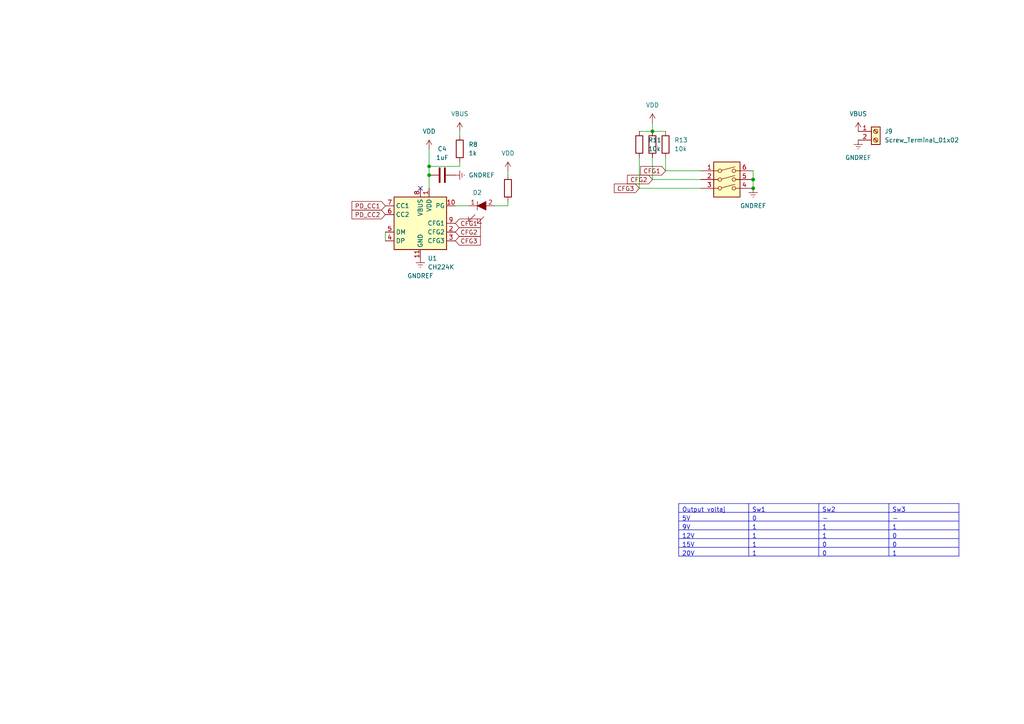
<source format=kicad_sch>
(kicad_sch
	(version 20250114)
	(generator "eeschema")
	(generator_version "9.0")
	(uuid "8ad700fc-cfeb-470d-ba6d-96bfad46d723")
	(paper "A4")
	(lib_symbols
		(symbol "Connector:Screw_Terminal_01x02"
			(pin_names
				(offset 1.016)
				(hide yes)
			)
			(exclude_from_sim no)
			(in_bom yes)
			(on_board yes)
			(property "Reference" "J"
				(at 0 2.54 0)
				(effects
					(font
						(size 1.27 1.27)
					)
				)
			)
			(property "Value" "Screw_Terminal_01x02"
				(at 0 -5.08 0)
				(effects
					(font
						(size 1.27 1.27)
					)
				)
			)
			(property "Footprint" ""
				(at 0 0 0)
				(effects
					(font
						(size 1.27 1.27)
					)
					(hide yes)
				)
			)
			(property "Datasheet" "~"
				(at 0 0 0)
				(effects
					(font
						(size 1.27 1.27)
					)
					(hide yes)
				)
			)
			(property "Description" "Generic screw terminal, single row, 01x02, script generated (kicad-library-utils/schlib/autogen/connector/)"
				(at 0 0 0)
				(effects
					(font
						(size 1.27 1.27)
					)
					(hide yes)
				)
			)
			(property "ki_keywords" "screw terminal"
				(at 0 0 0)
				(effects
					(font
						(size 1.27 1.27)
					)
					(hide yes)
				)
			)
			(property "ki_fp_filters" "TerminalBlock*:*"
				(at 0 0 0)
				(effects
					(font
						(size 1.27 1.27)
					)
					(hide yes)
				)
			)
			(symbol "Screw_Terminal_01x02_1_1"
				(rectangle
					(start -1.27 1.27)
					(end 1.27 -3.81)
					(stroke
						(width 0.254)
						(type default)
					)
					(fill
						(type background)
					)
				)
				(polyline
					(pts
						(xy -0.5334 0.3302) (xy 0.3302 -0.508)
					)
					(stroke
						(width 0.1524)
						(type default)
					)
					(fill
						(type none)
					)
				)
				(polyline
					(pts
						(xy -0.5334 -2.2098) (xy 0.3302 -3.048)
					)
					(stroke
						(width 0.1524)
						(type default)
					)
					(fill
						(type none)
					)
				)
				(polyline
					(pts
						(xy -0.3556 0.508) (xy 0.508 -0.3302)
					)
					(stroke
						(width 0.1524)
						(type default)
					)
					(fill
						(type none)
					)
				)
				(polyline
					(pts
						(xy -0.3556 -2.032) (xy 0.508 -2.8702)
					)
					(stroke
						(width 0.1524)
						(type default)
					)
					(fill
						(type none)
					)
				)
				(circle
					(center 0 0)
					(radius 0.635)
					(stroke
						(width 0.1524)
						(type default)
					)
					(fill
						(type none)
					)
				)
				(circle
					(center 0 -2.54)
					(radius 0.635)
					(stroke
						(width 0.1524)
						(type default)
					)
					(fill
						(type none)
					)
				)
				(pin passive line
					(at -5.08 0 0)
					(length 3.81)
					(name "Pin_1"
						(effects
							(font
								(size 1.27 1.27)
							)
						)
					)
					(number "1"
						(effects
							(font
								(size 1.27 1.27)
							)
						)
					)
				)
				(pin passive line
					(at -5.08 -2.54 0)
					(length 3.81)
					(name "Pin_2"
						(effects
							(font
								(size 1.27 1.27)
							)
						)
					)
					(number "2"
						(effects
							(font
								(size 1.27 1.27)
							)
						)
					)
				)
			)
			(embedded_fonts no)
		)
		(symbol "Device:C"
			(pin_numbers
				(hide yes)
			)
			(pin_names
				(offset 0.254)
			)
			(exclude_from_sim no)
			(in_bom yes)
			(on_board yes)
			(property "Reference" "C"
				(at 0.635 2.54 0)
				(effects
					(font
						(size 1.27 1.27)
					)
					(justify left)
				)
			)
			(property "Value" "C"
				(at 0.635 -2.54 0)
				(effects
					(font
						(size 1.27 1.27)
					)
					(justify left)
				)
			)
			(property "Footprint" ""
				(at 0.9652 -3.81 0)
				(effects
					(font
						(size 1.27 1.27)
					)
					(hide yes)
				)
			)
			(property "Datasheet" "~"
				(at 0 0 0)
				(effects
					(font
						(size 1.27 1.27)
					)
					(hide yes)
				)
			)
			(property "Description" "Unpolarized capacitor"
				(at 0 0 0)
				(effects
					(font
						(size 1.27 1.27)
					)
					(hide yes)
				)
			)
			(property "ki_keywords" "cap capacitor"
				(at 0 0 0)
				(effects
					(font
						(size 1.27 1.27)
					)
					(hide yes)
				)
			)
			(property "ki_fp_filters" "C_*"
				(at 0 0 0)
				(effects
					(font
						(size 1.27 1.27)
					)
					(hide yes)
				)
			)
			(symbol "C_0_1"
				(polyline
					(pts
						(xy -2.032 0.762) (xy 2.032 0.762)
					)
					(stroke
						(width 0.508)
						(type default)
					)
					(fill
						(type none)
					)
				)
				(polyline
					(pts
						(xy -2.032 -0.762) (xy 2.032 -0.762)
					)
					(stroke
						(width 0.508)
						(type default)
					)
					(fill
						(type none)
					)
				)
			)
			(symbol "C_1_1"
				(pin passive line
					(at 0 3.81 270)
					(length 2.794)
					(name "~"
						(effects
							(font
								(size 1.27 1.27)
							)
						)
					)
					(number "1"
						(effects
							(font
								(size 1.27 1.27)
							)
						)
					)
				)
				(pin passive line
					(at 0 -3.81 90)
					(length 2.794)
					(name "~"
						(effects
							(font
								(size 1.27 1.27)
							)
						)
					)
					(number "2"
						(effects
							(font
								(size 1.27 1.27)
							)
						)
					)
				)
			)
			(embedded_fonts no)
		)
		(symbol "Device:R"
			(pin_numbers
				(hide yes)
			)
			(pin_names
				(offset 0)
			)
			(exclude_from_sim no)
			(in_bom yes)
			(on_board yes)
			(property "Reference" "R"
				(at 2.032 0 90)
				(effects
					(font
						(size 1.27 1.27)
					)
				)
			)
			(property "Value" "R"
				(at 0 0 90)
				(effects
					(font
						(size 1.27 1.27)
					)
				)
			)
			(property "Footprint" ""
				(at -1.778 0 90)
				(effects
					(font
						(size 1.27 1.27)
					)
					(hide yes)
				)
			)
			(property "Datasheet" "~"
				(at 0 0 0)
				(effects
					(font
						(size 1.27 1.27)
					)
					(hide yes)
				)
			)
			(property "Description" "Resistor"
				(at 0 0 0)
				(effects
					(font
						(size 1.27 1.27)
					)
					(hide yes)
				)
			)
			(property "ki_keywords" "R res resistor"
				(at 0 0 0)
				(effects
					(font
						(size 1.27 1.27)
					)
					(hide yes)
				)
			)
			(property "ki_fp_filters" "R_*"
				(at 0 0 0)
				(effects
					(font
						(size 1.27 1.27)
					)
					(hide yes)
				)
			)
			(symbol "R_0_1"
				(rectangle
					(start -1.016 -2.54)
					(end 1.016 2.54)
					(stroke
						(width 0.254)
						(type default)
					)
					(fill
						(type none)
					)
				)
			)
			(symbol "R_1_1"
				(pin passive line
					(at 0 3.81 270)
					(length 1.27)
					(name "~"
						(effects
							(font
								(size 1.27 1.27)
							)
						)
					)
					(number "1"
						(effects
							(font
								(size 1.27 1.27)
							)
						)
					)
				)
				(pin passive line
					(at 0 -3.81 90)
					(length 1.27)
					(name "~"
						(effects
							(font
								(size 1.27 1.27)
							)
						)
					)
					(number "2"
						(effects
							(font
								(size 1.27 1.27)
							)
						)
					)
				)
			)
			(embedded_fonts no)
		)
		(symbol "Interface_USB:CH224K"
			(exclude_from_sim no)
			(in_bom yes)
			(on_board yes)
			(property "Reference" "U"
				(at -7.874 -8.89 0)
				(effects
					(font
						(size 1.27 1.27)
					)
					(justify left)
				)
			)
			(property "Value" "CH224K"
				(at 3.048 -8.89 0)
				(effects
					(font
						(size 1.27 1.27)
					)
					(justify left)
				)
			)
			(property "Footprint" "Package_SO:SSOP-10-1EP_3.9x4.9mm_P1mm_EP2.1x3.3mm"
				(at 0 -24.13 0)
				(effects
					(font
						(size 1.27 1.27)
					)
					(hide yes)
				)
			)
			(property "Datasheet" "https://www.wch.cn/downloads/file/301.html"
				(at 0 13.97 0)
				(effects
					(font
						(size 1.27 1.27)
					)
					(hide yes)
				)
			)
			(property "Description" "100W USB Type-C PD3.0/2.0, BC1.2 Sink Controller, SSOP-10"
				(at 0 0 0)
				(effects
					(font
						(size 1.27 1.27)
					)
					(hide yes)
				)
			)
			(property "ki_keywords" "USB-C WCH powered-device"
				(at 0 0 0)
				(effects
					(font
						(size 1.27 1.27)
					)
					(hide yes)
				)
			)
			(property "ki_fp_filters" "SSOP*3.9x4.9mm*P1mm*EP2.1x3.3mm*"
				(at 0 0 0)
				(effects
					(font
						(size 1.27 1.27)
					)
					(hide yes)
				)
			)
			(symbol "CH224K_1_1"
				(rectangle
					(start -7.62 7.62)
					(end 7.62 -7.62)
					(stroke
						(width 0.254)
						(type default)
					)
					(fill
						(type background)
					)
				)
				(pin bidirectional line
					(at -10.16 5.08 0)
					(length 2.54)
					(name "CC1"
						(effects
							(font
								(size 1.27 1.27)
							)
						)
					)
					(number "7"
						(effects
							(font
								(size 1.27 1.27)
							)
						)
					)
				)
				(pin bidirectional line
					(at -10.16 2.54 0)
					(length 2.54)
					(name "CC2"
						(effects
							(font
								(size 1.27 1.27)
							)
						)
					)
					(number "6"
						(effects
							(font
								(size 1.27 1.27)
							)
						)
					)
				)
				(pin bidirectional line
					(at -10.16 -2.54 0)
					(length 2.54)
					(name "DM"
						(effects
							(font
								(size 1.27 1.27)
							)
						)
					)
					(number "5"
						(effects
							(font
								(size 1.27 1.27)
							)
						)
					)
				)
				(pin bidirectional line
					(at -10.16 -5.08 0)
					(length 2.54)
					(name "DP"
						(effects
							(font
								(size 1.27 1.27)
							)
						)
					)
					(number "4"
						(effects
							(font
								(size 1.27 1.27)
							)
						)
					)
				)
				(pin passive line
					(at 0 10.16 270)
					(length 2.54)
					(name "VBUS"
						(effects
							(font
								(size 1.27 1.27)
							)
						)
					)
					(number "8"
						(effects
							(font
								(size 1.27 1.27)
							)
						)
					)
				)
				(pin power_in line
					(at 0 -10.16 90)
					(length 2.54)
					(name "GND"
						(effects
							(font
								(size 1.27 1.27)
							)
						)
					)
					(number "11"
						(effects
							(font
								(size 1.27 1.27)
							)
						)
					)
				)
				(pin power_in line
					(at 2.54 10.16 270)
					(length 2.54)
					(name "VDD"
						(effects
							(font
								(size 1.27 1.27)
							)
						)
					)
					(number "1"
						(effects
							(font
								(size 1.27 1.27)
							)
						)
					)
				)
				(pin open_collector line
					(at 10.16 5.08 180)
					(length 2.54)
					(name "PG"
						(effects
							(font
								(size 1.27 1.27)
							)
						)
					)
					(number "10"
						(effects
							(font
								(size 1.27 1.27)
							)
						)
					)
				)
				(pin passive line
					(at 10.16 0 180)
					(length 2.54)
					(name "CFG1"
						(effects
							(font
								(size 1.27 1.27)
							)
						)
					)
					(number "9"
						(effects
							(font
								(size 1.27 1.27)
							)
						)
					)
				)
				(pin passive line
					(at 10.16 -2.54 180)
					(length 2.54)
					(name "CFG2"
						(effects
							(font
								(size 1.27 1.27)
							)
						)
					)
					(number "2"
						(effects
							(font
								(size 1.27 1.27)
							)
						)
					)
				)
				(pin passive line
					(at 10.16 -5.08 180)
					(length 2.54)
					(name "CFG3"
						(effects
							(font
								(size 1.27 1.27)
							)
						)
					)
					(number "3"
						(effects
							(font
								(size 1.27 1.27)
							)
						)
					)
				)
			)
			(embedded_fonts no)
		)
		(symbol "Switch:SW_DIP_x03"
			(pin_names
				(offset 0)
				(hide yes)
			)
			(exclude_from_sim no)
			(in_bom yes)
			(on_board yes)
			(property "Reference" "SW"
				(at 0 6.35 0)
				(effects
					(font
						(size 1.27 1.27)
					)
				)
			)
			(property "Value" "SW_DIP_x03"
				(at 0 -6.35 0)
				(effects
					(font
						(size 1.27 1.27)
					)
				)
			)
			(property "Footprint" ""
				(at 0 -2.54 0)
				(effects
					(font
						(size 1.27 1.27)
					)
					(hide yes)
				)
			)
			(property "Datasheet" "~"
				(at 0 -2.54 0)
				(effects
					(font
						(size 1.27 1.27)
					)
					(hide yes)
				)
			)
			(property "Description" "3x DIP Switch, Single Pole Single Throw (SPST) switch, small symbol"
				(at 0 0 0)
				(effects
					(font
						(size 1.27 1.27)
					)
					(hide yes)
				)
			)
			(property "ki_keywords" "dip switch"
				(at 0 0 0)
				(effects
					(font
						(size 1.27 1.27)
					)
					(hide yes)
				)
			)
			(property "ki_fp_filters" "SW?DIP?x3*"
				(at 0 0 0)
				(effects
					(font
						(size 1.27 1.27)
					)
					(hide yes)
				)
			)
			(symbol "SW_DIP_x03_0_0"
				(circle
					(center -2.032 2.54)
					(radius 0.508)
					(stroke
						(width 0)
						(type default)
					)
					(fill
						(type none)
					)
				)
				(circle
					(center -2.032 0)
					(radius 0.508)
					(stroke
						(width 0)
						(type default)
					)
					(fill
						(type none)
					)
				)
				(circle
					(center -2.032 -2.54)
					(radius 0.508)
					(stroke
						(width 0)
						(type default)
					)
					(fill
						(type none)
					)
				)
				(polyline
					(pts
						(xy -1.524 2.667) (xy 2.3622 3.7084)
					)
					(stroke
						(width 0)
						(type default)
					)
					(fill
						(type none)
					)
				)
				(polyline
					(pts
						(xy -1.524 0.127) (xy 2.3622 1.1684)
					)
					(stroke
						(width 0)
						(type default)
					)
					(fill
						(type none)
					)
				)
				(polyline
					(pts
						(xy -1.524 -2.413) (xy 2.3622 -1.3716)
					)
					(stroke
						(width 0)
						(type default)
					)
					(fill
						(type none)
					)
				)
				(circle
					(center 2.032 2.54)
					(radius 0.508)
					(stroke
						(width 0)
						(type default)
					)
					(fill
						(type none)
					)
				)
				(circle
					(center 2.032 0)
					(radius 0.508)
					(stroke
						(width 0)
						(type default)
					)
					(fill
						(type none)
					)
				)
				(circle
					(center 2.032 -2.54)
					(radius 0.508)
					(stroke
						(width 0)
						(type default)
					)
					(fill
						(type none)
					)
				)
			)
			(symbol "SW_DIP_x03_0_1"
				(rectangle
					(start -3.81 5.08)
					(end 3.81 -5.08)
					(stroke
						(width 0.254)
						(type default)
					)
					(fill
						(type background)
					)
				)
			)
			(symbol "SW_DIP_x03_1_1"
				(pin passive line
					(at -7.62 2.54 0)
					(length 5.08)
					(name "~"
						(effects
							(font
								(size 1.27 1.27)
							)
						)
					)
					(number "1"
						(effects
							(font
								(size 1.27 1.27)
							)
						)
					)
				)
				(pin passive line
					(at -7.62 0 0)
					(length 5.08)
					(name "~"
						(effects
							(font
								(size 1.27 1.27)
							)
						)
					)
					(number "2"
						(effects
							(font
								(size 1.27 1.27)
							)
						)
					)
				)
				(pin passive line
					(at -7.62 -2.54 0)
					(length 5.08)
					(name "~"
						(effects
							(font
								(size 1.27 1.27)
							)
						)
					)
					(number "3"
						(effects
							(font
								(size 1.27 1.27)
							)
						)
					)
				)
				(pin passive line
					(at 7.62 2.54 180)
					(length 5.08)
					(name "~"
						(effects
							(font
								(size 1.27 1.27)
							)
						)
					)
					(number "6"
						(effects
							(font
								(size 1.27 1.27)
							)
						)
					)
				)
				(pin passive line
					(at 7.62 0 180)
					(length 5.08)
					(name "~"
						(effects
							(font
								(size 1.27 1.27)
							)
						)
					)
					(number "5"
						(effects
							(font
								(size 1.27 1.27)
							)
						)
					)
				)
				(pin passive line
					(at 7.62 -2.54 180)
					(length 5.08)
					(name "~"
						(effects
							(font
								(size 1.27 1.27)
							)
						)
					)
					(number "4"
						(effects
							(font
								(size 1.27 1.27)
							)
						)
					)
				)
			)
			(embedded_fonts no)
		)
		(symbol "dk_LED-Indication-Discrete:LTST-C191KRKT"
			(pin_names
				(offset 0)
			)
			(exclude_from_sim no)
			(in_bom yes)
			(on_board yes)
			(property "Reference" "D"
				(at -6.35 3.81 0)
				(effects
					(font
						(size 1.27 1.27)
					)
					(justify left)
				)
			)
			(property "Value" "LTST-C191KRKT"
				(at 0 -3.81 0)
				(effects
					(font
						(size 1.524 1.524)
					)
					(hide yes)
				)
			)
			(property "Footprint" "digikey-footprints:LED_0603"
				(at 5.08 5.08 0)
				(effects
					(font
						(size 1.524 1.524)
					)
					(justify left)
					(hide yes)
				)
			)
			(property "Datasheet" "http://optoelectronics.liteon.com/upload/download/DS22-2000-223/LTST-C191KRKT.PDF"
				(at 5.08 7.62 0)
				(effects
					(font
						(size 1.524 1.524)
					)
					(justify left)
					(hide yes)
				)
			)
			(property "Description" "LED RED CLEAR SMD"
				(at 0 0 0)
				(effects
					(font
						(size 1.27 1.27)
					)
					(hide yes)
				)
			)
			(property "Digi-Key_PN" "160-1447-1-ND"
				(at 5.08 10.16 0)
				(effects
					(font
						(size 1.524 1.524)
					)
					(justify left)
					(hide yes)
				)
			)
			(property "MPN" "LTST-C191KRKT"
				(at 5.08 12.7 0)
				(effects
					(font
						(size 1.524 1.524)
					)
					(justify left)
					(hide yes)
				)
			)
			(property "Category" "Optoelectronics"
				(at 5.08 15.24 0)
				(effects
					(font
						(size 1.524 1.524)
					)
					(justify left)
					(hide yes)
				)
			)
			(property "Family" "LED Indication - Discrete"
				(at 5.08 17.78 0)
				(effects
					(font
						(size 1.524 1.524)
					)
					(justify left)
					(hide yes)
				)
			)
			(property "DK_Datasheet_Link" "http://optoelectronics.liteon.com/upload/download/DS22-2000-223/LTST-C191KRKT.PDF"
				(at 5.08 20.32 0)
				(effects
					(font
						(size 1.524 1.524)
					)
					(justify left)
					(hide yes)
				)
			)
			(property "DK_Detail_Page" "/product-detail/en/lite-on-inc/LTST-C191KRKT/160-1447-1-ND/386836"
				(at 5.08 22.86 0)
				(effects
					(font
						(size 1.524 1.524)
					)
					(justify left)
					(hide yes)
				)
			)
			(property "Description_1" "LED RED CLEAR SMD"
				(at 5.08 25.4 0)
				(effects
					(font
						(size 1.524 1.524)
					)
					(justify left)
					(hide yes)
				)
			)
			(property "Manufacturer" "Lite-On Inc."
				(at 5.08 27.94 0)
				(effects
					(font
						(size 1.524 1.524)
					)
					(justify left)
					(hide yes)
				)
			)
			(property "Status" "Active"
				(at 5.08 30.48 0)
				(effects
					(font
						(size 1.524 1.524)
					)
					(justify left)
					(hide yes)
				)
			)
			(property "ki_keywords" "160-1447-1-ND"
				(at 0 0 0)
				(effects
					(font
						(size 1.27 1.27)
					)
					(hide yes)
				)
			)
			(symbol "LTST-C191KRKT_0_1"
				(polyline
					(pts
						(xy -2.54 1.27) (xy -2.54 -1.27) (xy 0 0) (xy -2.54 1.27)
					)
					(stroke
						(width 0)
						(type solid)
					)
					(fill
						(type outline)
					)
				)
				(polyline
					(pts
						(xy 0 1.27) (xy 0 -1.27)
					)
					(stroke
						(width 0)
						(type solid)
					)
					(fill
						(type none)
					)
				)
			)
			(symbol "LTST-C191KRKT_1_1"
				(polyline
					(pts
						(xy -1.27 3.81) (xy -1.905 3.175)
					)
					(stroke
						(width 0)
						(type solid)
					)
					(fill
						(type none)
					)
				)
				(polyline
					(pts
						(xy -0.635 5.08) (xy -1.27 5.08)
					)
					(stroke
						(width 0)
						(type solid)
					)
					(fill
						(type none)
					)
				)
				(polyline
					(pts
						(xy 0 5.08) (xy 0 4.445) (xy 0 5.08) (xy -0.635 5.08) (xy 0 5.08) (xy -1.27 3.81)
					)
					(stroke
						(width 0)
						(type solid)
					)
					(fill
						(type none)
					)
				)
				(polyline
					(pts
						(xy 0 4.445) (xy 0 3.81)
					)
					(stroke
						(width 0)
						(type solid)
					)
					(fill
						(type none)
					)
				)
				(polyline
					(pts
						(xy 1.27 3.175) (xy 0.635 2.54)
					)
					(stroke
						(width 0)
						(type solid)
					)
					(fill
						(type none)
					)
				)
				(polyline
					(pts
						(xy 1.27 3.175) (xy 2.54 4.445) (xy 1.905 4.445) (xy 2.54 4.445) (xy 2.54 3.81)
					)
					(stroke
						(width 0)
						(type solid)
					)
					(fill
						(type none)
					)
				)
				(polyline
					(pts
						(xy 1.905 4.445) (xy 1.27 4.445)
					)
					(stroke
						(width 0)
						(type solid)
					)
					(fill
						(type none)
					)
				)
				(polyline
					(pts
						(xy 2.54 3.81) (xy 2.54 3.175)
					)
					(stroke
						(width 0)
						(type solid)
					)
					(fill
						(type none)
					)
				)
				(pin input line
					(at -5.08 0 0)
					(length 2.54)
					(name "~"
						(effects
							(font
								(size 1.27 1.27)
							)
						)
					)
					(number "2"
						(effects
							(font
								(size 1.27 1.27)
							)
						)
					)
				)
				(pin output line
					(at 2.54 0 180)
					(length 2.54)
					(name "~"
						(effects
							(font
								(size 1.27 1.27)
							)
						)
					)
					(number "1"
						(effects
							(font
								(size 1.27 1.27)
							)
						)
					)
				)
			)
			(embedded_fonts no)
		)
		(symbol "power:GNDREF"
			(power)
			(pin_numbers
				(hide yes)
			)
			(pin_names
				(offset 0)
				(hide yes)
			)
			(exclude_from_sim no)
			(in_bom yes)
			(on_board yes)
			(property "Reference" "#PWR"
				(at 0 -6.35 0)
				(effects
					(font
						(size 1.27 1.27)
					)
					(hide yes)
				)
			)
			(property "Value" "GNDREF"
				(at 0 -3.81 0)
				(effects
					(font
						(size 1.27 1.27)
					)
				)
			)
			(property "Footprint" ""
				(at 0 0 0)
				(effects
					(font
						(size 1.27 1.27)
					)
					(hide yes)
				)
			)
			(property "Datasheet" ""
				(at 0 0 0)
				(effects
					(font
						(size 1.27 1.27)
					)
					(hide yes)
				)
			)
			(property "Description" "Power symbol creates a global label with name \"GNDREF\" , reference supply ground"
				(at 0 0 0)
				(effects
					(font
						(size 1.27 1.27)
					)
					(hide yes)
				)
			)
			(property "ki_keywords" "global power"
				(at 0 0 0)
				(effects
					(font
						(size 1.27 1.27)
					)
					(hide yes)
				)
			)
			(symbol "GNDREF_0_1"
				(polyline
					(pts
						(xy -0.635 -1.905) (xy 0.635 -1.905)
					)
					(stroke
						(width 0)
						(type default)
					)
					(fill
						(type none)
					)
				)
				(polyline
					(pts
						(xy -0.127 -2.54) (xy 0.127 -2.54)
					)
					(stroke
						(width 0)
						(type default)
					)
					(fill
						(type none)
					)
				)
				(polyline
					(pts
						(xy 0 -1.27) (xy 0 0)
					)
					(stroke
						(width 0)
						(type default)
					)
					(fill
						(type none)
					)
				)
				(polyline
					(pts
						(xy 1.27 -1.27) (xy -1.27 -1.27)
					)
					(stroke
						(width 0)
						(type default)
					)
					(fill
						(type none)
					)
				)
			)
			(symbol "GNDREF_1_1"
				(pin power_in line
					(at 0 0 270)
					(length 0)
					(name "~"
						(effects
							(font
								(size 1.27 1.27)
							)
						)
					)
					(number "1"
						(effects
							(font
								(size 1.27 1.27)
							)
						)
					)
				)
			)
			(embedded_fonts no)
		)
		(symbol "power:VBUS"
			(power)
			(pin_numbers
				(hide yes)
			)
			(pin_names
				(offset 0)
				(hide yes)
			)
			(exclude_from_sim no)
			(in_bom yes)
			(on_board yes)
			(property "Reference" "#PWR"
				(at 0 -3.81 0)
				(effects
					(font
						(size 1.27 1.27)
					)
					(hide yes)
				)
			)
			(property "Value" "VBUS"
				(at 0 3.556 0)
				(effects
					(font
						(size 1.27 1.27)
					)
				)
			)
			(property "Footprint" ""
				(at 0 0 0)
				(effects
					(font
						(size 1.27 1.27)
					)
					(hide yes)
				)
			)
			(property "Datasheet" ""
				(at 0 0 0)
				(effects
					(font
						(size 1.27 1.27)
					)
					(hide yes)
				)
			)
			(property "Description" "Power symbol creates a global label with name \"VBUS\""
				(at 0 0 0)
				(effects
					(font
						(size 1.27 1.27)
					)
					(hide yes)
				)
			)
			(property "ki_keywords" "global power"
				(at 0 0 0)
				(effects
					(font
						(size 1.27 1.27)
					)
					(hide yes)
				)
			)
			(symbol "VBUS_0_1"
				(polyline
					(pts
						(xy -0.762 1.27) (xy 0 2.54)
					)
					(stroke
						(width 0)
						(type default)
					)
					(fill
						(type none)
					)
				)
				(polyline
					(pts
						(xy 0 2.54) (xy 0.762 1.27)
					)
					(stroke
						(width 0)
						(type default)
					)
					(fill
						(type none)
					)
				)
				(polyline
					(pts
						(xy 0 0) (xy 0 2.54)
					)
					(stroke
						(width 0)
						(type default)
					)
					(fill
						(type none)
					)
				)
			)
			(symbol "VBUS_1_1"
				(pin power_in line
					(at 0 0 90)
					(length 0)
					(name "~"
						(effects
							(font
								(size 1.27 1.27)
							)
						)
					)
					(number "1"
						(effects
							(font
								(size 1.27 1.27)
							)
						)
					)
				)
			)
			(embedded_fonts no)
		)
		(symbol "power:VDD"
			(power)
			(pin_numbers
				(hide yes)
			)
			(pin_names
				(offset 0)
				(hide yes)
			)
			(exclude_from_sim no)
			(in_bom yes)
			(on_board yes)
			(property "Reference" "#PWR"
				(at 0 -3.81 0)
				(effects
					(font
						(size 1.27 1.27)
					)
					(hide yes)
				)
			)
			(property "Value" "VDD"
				(at 0 3.556 0)
				(effects
					(font
						(size 1.27 1.27)
					)
				)
			)
			(property "Footprint" ""
				(at 0 0 0)
				(effects
					(font
						(size 1.27 1.27)
					)
					(hide yes)
				)
			)
			(property "Datasheet" ""
				(at 0 0 0)
				(effects
					(font
						(size 1.27 1.27)
					)
					(hide yes)
				)
			)
			(property "Description" "Power symbol creates a global label with name \"VDD\""
				(at 0 0 0)
				(effects
					(font
						(size 1.27 1.27)
					)
					(hide yes)
				)
			)
			(property "ki_keywords" "global power"
				(at 0 0 0)
				(effects
					(font
						(size 1.27 1.27)
					)
					(hide yes)
				)
			)
			(symbol "VDD_0_1"
				(polyline
					(pts
						(xy -0.762 1.27) (xy 0 2.54)
					)
					(stroke
						(width 0)
						(type default)
					)
					(fill
						(type none)
					)
				)
				(polyline
					(pts
						(xy 0 2.54) (xy 0.762 1.27)
					)
					(stroke
						(width 0)
						(type default)
					)
					(fill
						(type none)
					)
				)
				(polyline
					(pts
						(xy 0 0) (xy 0 2.54)
					)
					(stroke
						(width 0)
						(type default)
					)
					(fill
						(type none)
					)
				)
			)
			(symbol "VDD_1_1"
				(pin power_in line
					(at 0 0 90)
					(length 0)
					(name "~"
						(effects
							(font
								(size 1.27 1.27)
							)
						)
					)
					(number "1"
						(effects
							(font
								(size 1.27 1.27)
							)
						)
					)
				)
			)
			(embedded_fonts no)
		)
	)
	(junction
		(at 218.44 54.61)
		(diameter 0)
		(color 0 0 0 0)
		(uuid "7c7d5559-d690-484c-a392-24d7f4bce4f1")
	)
	(junction
		(at 189.23 38.1)
		(diameter 0)
		(color 0 0 0 0)
		(uuid "90263b12-e1c5-47d7-adf6-ce376e6f3f9f")
	)
	(junction
		(at 124.46 48.26)
		(diameter 0)
		(color 0 0 0 0)
		(uuid "baa4217e-8906-4b45-ac5d-a541c942eaf7")
	)
	(junction
		(at 124.46 50.8)
		(diameter 0)
		(color 0 0 0 0)
		(uuid "e1869aff-6ee4-4d2c-a728-aed2a41c4b14")
	)
	(junction
		(at 218.44 52.07)
		(diameter 0)
		(color 0 0 0 0)
		(uuid "e229ec65-cf77-4269-9c6f-b3713289e0fb")
	)
	(no_connect
		(at 121.92 54.61)
		(uuid "12fe90f1-82f7-46cd-8da6-57326077c05e")
	)
	(wire
		(pts
			(xy 111.76 67.31) (xy 111.76 69.85)
		)
		(stroke
			(width 0)
			(type default)
		)
		(uuid "07fa8874-27c1-4599-94e3-f80d17f50dd6")
	)
	(wire
		(pts
			(xy 135.89 59.69) (xy 132.08 59.69)
		)
		(stroke
			(width 0)
			(type default)
		)
		(uuid "0ec5d78a-b970-4032-b7dd-ffbf34b3342a")
	)
	(wire
		(pts
			(xy 185.42 54.61) (xy 203.2 54.61)
		)
		(stroke
			(width 0)
			(type default)
		)
		(uuid "16bfeda8-16a1-436c-8f4f-825a559b8429")
	)
	(wire
		(pts
			(xy 124.46 50.8) (xy 124.46 54.61)
		)
		(stroke
			(width 0)
			(type default)
		)
		(uuid "1b827dd0-7e1d-4e0a-8ef7-8c07585a864a")
	)
	(wire
		(pts
			(xy 193.04 49.53) (xy 203.2 49.53)
		)
		(stroke
			(width 0)
			(type default)
		)
		(uuid "21811266-f5a8-4946-bd9d-9e6ad6eeb88a")
	)
	(wire
		(pts
			(xy 189.23 38.1) (xy 193.04 38.1)
		)
		(stroke
			(width 0)
			(type default)
		)
		(uuid "2cf12059-8783-4855-b189-05bd73b4fd33")
	)
	(wire
		(pts
			(xy 133.35 38.1) (xy 133.35 39.37)
		)
		(stroke
			(width 0)
			(type default)
		)
		(uuid "32a067da-3668-4a24-bf4c-ca520d163838")
	)
	(wire
		(pts
			(xy 218.44 52.07) (xy 218.44 54.61)
		)
		(stroke
			(width 0)
			(type default)
		)
		(uuid "3957f7b7-a978-4d07-b577-c15b39a8e1f1")
	)
	(wire
		(pts
			(xy 124.46 48.26) (xy 124.46 50.8)
		)
		(stroke
			(width 0)
			(type default)
		)
		(uuid "39874c3e-9d95-41ca-9162-3f77756851c2")
	)
	(wire
		(pts
			(xy 193.04 45.72) (xy 193.04 49.53)
		)
		(stroke
			(width 0)
			(type default)
		)
		(uuid "86f07dcb-e29e-4c2d-8444-4de03683e271")
	)
	(wire
		(pts
			(xy 218.44 49.53) (xy 218.44 52.07)
		)
		(stroke
			(width 0)
			(type default)
		)
		(uuid "8b242f00-236c-4fee-8036-457e30011684")
	)
	(wire
		(pts
			(xy 185.42 38.1) (xy 189.23 38.1)
		)
		(stroke
			(width 0)
			(type default)
		)
		(uuid "8fe0e021-0658-4118-b1ae-40ee7893dd74")
	)
	(wire
		(pts
			(xy 189.23 35.56) (xy 189.23 38.1)
		)
		(stroke
			(width 0)
			(type default)
		)
		(uuid "9e21cb6e-9672-4c32-93f5-ce32b044cc82")
	)
	(wire
		(pts
			(xy 147.32 59.69) (xy 147.32 58.42)
		)
		(stroke
			(width 0)
			(type default)
		)
		(uuid "a958bca4-7f30-49c5-b2a2-dbf2930cbf22")
	)
	(wire
		(pts
			(xy 189.23 45.72) (xy 189.23 52.07)
		)
		(stroke
			(width 0)
			(type default)
		)
		(uuid "c8da7eac-ffa5-456d-a7fd-e9923e51371e")
	)
	(wire
		(pts
			(xy 133.35 46.99) (xy 133.35 48.26)
		)
		(stroke
			(width 0)
			(type default)
		)
		(uuid "ce94a968-1d6e-4e36-800b-80846d94b923")
	)
	(wire
		(pts
			(xy 147.32 50.8) (xy 147.32 49.53)
		)
		(stroke
			(width 0)
			(type default)
		)
		(uuid "d1fc3fe8-71e3-4b11-a76a-dcbbff11a8c6")
	)
	(wire
		(pts
			(xy 185.42 45.72) (xy 185.42 54.61)
		)
		(stroke
			(width 0)
			(type default)
		)
		(uuid "d27ac058-0131-41cd-9968-c663e09d1152")
	)
	(wire
		(pts
			(xy 143.51 59.69) (xy 147.32 59.69)
		)
		(stroke
			(width 0)
			(type default)
		)
		(uuid "d796b18e-3b5c-4c1c-adfe-9126fbe6835e")
	)
	(wire
		(pts
			(xy 124.46 43.18) (xy 124.46 48.26)
		)
		(stroke
			(width 0)
			(type default)
		)
		(uuid "e51150d7-2e32-42d7-8b8a-ca6c79ad302d")
	)
	(wire
		(pts
			(xy 124.46 48.26) (xy 133.35 48.26)
		)
		(stroke
			(width 0)
			(type default)
		)
		(uuid "f15d93b9-61fb-451f-a517-8aec44f4ddbf")
	)
	(wire
		(pts
			(xy 189.23 52.07) (xy 203.2 52.07)
		)
		(stroke
			(width 0)
			(type default)
		)
		(uuid "f18781d3-38ca-401f-833a-858dedb63eeb")
	)
	(table
		(column_count 4)
		(border
			(external yes)
			(header yes)
			(stroke
				(width 0)
				(type solid)
			)
		)
		(separators
			(rows yes)
			(cols yes)
			(stroke
				(width 0)
				(type solid)
			)
		)
		(column_widths 20.32 20.32 20.32 20.32)
		(row_heights 2.54 2.54 2.54 2.54 2.54 2.54)
		(cells
			(table_cell "Output voltaj"
				(exclude_from_sim no)
				(at 196.85 146.05 0)
				(size 20.32 2.54)
				(margins 0.9525 0.9525 0.9525 0.9525)
				(span 1 1)
				(fill
					(type none)
				)
				(effects
					(font
						(size 1.27 1.27)
					)
					(justify left top)
				)
				(uuid "e87d7a5c-8872-4a4b-82dd-92109faa0b0d")
			)
			(table_cell "Sw1"
				(exclude_from_sim no)
				(at 217.17 146.05 0)
				(size 20.32 2.54)
				(margins 0.9525 0.9525 0.9525 0.9525)
				(span 1 1)
				(fill
					(type none)
				)
				(effects
					(font
						(size 1.27 1.27)
					)
					(justify left top)
				)
				(uuid "74ac1ef2-05c3-4b44-8fc7-96e4c8ddb865")
			)
			(table_cell "Sw2"
				(exclude_from_sim no)
				(at 237.49 146.05 0)
				(size 20.32 2.54)
				(margins 0.9525 0.9525 0.9525 0.9525)
				(span 1 1)
				(fill
					(type none)
				)
				(effects
					(font
						(size 1.27 1.27)
					)
					(justify left top)
				)
				(uuid "4c965c64-ccfc-415d-82ef-85b2e7f6a1ce")
			)
			(table_cell "Sw3"
				(exclude_from_sim no)
				(at 257.81 146.05 0)
				(size 20.32 2.54)
				(margins 0.9525 0.9525 0.9525 0.9525)
				(span 1 1)
				(fill
					(type none)
				)
				(effects
					(font
						(size 1.27 1.27)
					)
					(justify left top)
				)
				(uuid "34011144-8fc7-4e20-9a7e-950292c444f0")
			)
			(table_cell "5V"
				(exclude_from_sim no)
				(at 196.85 148.59 0)
				(size 20.32 2.54)
				(margins 0.9525 0.9525 0.9525 0.9525)
				(span 1 1)
				(fill
					(type none)
				)
				(effects
					(font
						(size 1.27 1.27)
					)
					(justify left top)
				)
				(uuid "e8dbdf58-5c76-4c13-8443-54423c2fc0bf")
			)
			(table_cell "0"
				(exclude_from_sim no)
				(at 217.17 148.59 0)
				(size 20.32 2.54)
				(margins 0.9525 0.9525 0.9525 0.9525)
				(span 1 1)
				(fill
					(type none)
				)
				(effects
					(font
						(size 1.27 1.27)
					)
					(justify left top)
				)
				(uuid "82292172-1563-49ce-849c-94da7407ccbf")
			)
			(table_cell "-"
				(exclude_from_sim no)
				(at 237.49 148.59 0)
				(size 20.32 2.54)
				(margins 0.9525 0.9525 0.9525 0.9525)
				(span 1 1)
				(fill
					(type none)
				)
				(effects
					(font
						(size 1.27 1.27)
					)
					(justify left top)
				)
				(uuid "fd185f3c-94e4-4499-a2e9-0cefeeec4e98")
			)
			(table_cell "-"
				(exclude_from_sim no)
				(at 257.81 148.59 0)
				(size 20.32 2.54)
				(margins 0.9525 0.9525 0.9525 0.9525)
				(span 1 1)
				(fill
					(type none)
				)
				(effects
					(font
						(size 1.27 1.27)
					)
					(justify left top)
				)
				(uuid "460b8592-dff5-4e14-99cf-75c082fb1d19")
			)
			(table_cell "9V"
				(exclude_from_sim no)
				(at 196.85 151.13 0)
				(size 20.32 2.54)
				(margins 0.9525 0.9525 0.9525 0.9525)
				(span 1 1)
				(fill
					(type none)
				)
				(effects
					(font
						(size 1.27 1.27)
					)
					(justify left top)
				)
				(uuid "1106678d-1dcd-43a9-9ea4-f87cf27f7698")
			)
			(table_cell "1"
				(exclude_from_sim no)
				(at 217.17 151.13 0)
				(size 20.32 2.54)
				(margins 0.9525 0.9525 0.9525 0.9525)
				(span 1 1)
				(fill
					(type none)
				)
				(effects
					(font
						(size 1.27 1.27)
					)
					(justify left top)
				)
				(uuid "0c166c31-8246-48f6-b040-a411556f5433")
			)
			(table_cell "1"
				(exclude_from_sim no)
				(at 237.49 151.13 0)
				(size 20.32 2.54)
				(margins 0.9525 0.9525 0.9525 0.9525)
				(span 1 1)
				(fill
					(type none)
				)
				(effects
					(font
						(size 1.27 1.27)
					)
					(justify left top)
				)
				(uuid "b2d1f66d-f812-4463-8523-2355b8a6a6cd")
			)
			(table_cell "1"
				(exclude_from_sim no)
				(at 257.81 151.13 0)
				(size 20.32 2.54)
				(margins 0.9525 0.9525 0.9525 0.9525)
				(span 1 1)
				(fill
					(type none)
				)
				(effects
					(font
						(size 1.27 1.27)
					)
					(justify left top)
				)
				(uuid "87bed237-fec3-4def-bd8c-f171f9b36921")
			)
			(table_cell "12V"
				(exclude_from_sim no)
				(at 196.85 153.67 0)
				(size 20.32 2.54)
				(margins 0.9525 0.9525 0.9525 0.9525)
				(span 1 1)
				(fill
					(type none)
				)
				(effects
					(font
						(size 1.27 1.27)
					)
					(justify left top)
				)
				(uuid "759742e5-22db-4f02-9380-80e8590efe96")
			)
			(table_cell "1"
				(exclude_from_sim no)
				(at 217.17 153.67 0)
				(size 20.32 2.54)
				(margins 0.9525 0.9525 0.9525 0.9525)
				(span 1 1)
				(fill
					(type none)
				)
				(effects
					(font
						(size 1.27 1.27)
					)
					(justify left top)
				)
				(uuid "406c036e-de83-4a70-bf6a-eb8401bfd872")
			)
			(table_cell "1"
				(exclude_from_sim no)
				(at 237.49 153.67 0)
				(size 20.32 2.54)
				(margins 0.9525 0.9525 0.9525 0.9525)
				(span 1 1)
				(fill
					(type none)
				)
				(effects
					(font
						(size 1.27 1.27)
					)
					(justify left top)
				)
				(uuid "679bab69-e7e6-4481-bd3c-d9268fa603ad")
			)
			(table_cell "0"
				(exclude_from_sim no)
				(at 257.81 153.67 0)
				(size 20.32 2.54)
				(margins 0.9525 0.9525 0.9525 0.9525)
				(span 1 1)
				(fill
					(type none)
				)
				(effects
					(font
						(size 1.27 1.27)
					)
					(justify left top)
				)
				(uuid "8a63d447-6336-4cab-b2ca-6b4293923ec6")
			)
			(table_cell "15V"
				(exclude_from_sim no)
				(at 196.85 156.21 0)
				(size 20.32 2.54)
				(margins 0.9525 0.9525 0.9525 0.9525)
				(span 1 1)
				(fill
					(type none)
				)
				(effects
					(font
						(size 1.27 1.27)
					)
					(justify left top)
				)
				(uuid "7eda1bd0-2be9-4ed8-9bac-33cddb980c18")
			)
			(table_cell "1"
				(exclude_from_sim no)
				(at 217.17 156.21 0)
				(size 20.32 2.54)
				(margins 0.9525 0.9525 0.9525 0.9525)
				(span 1 1)
				(fill
					(type none)
				)
				(effects
					(font
						(size 1.27 1.27)
					)
					(justify left top)
				)
				(uuid "97b0f4fb-599e-4d0e-9007-68fef77f0c60")
			)
			(table_cell "0"
				(exclude_from_sim no)
				(at 237.49 156.21 0)
				(size 20.32 2.54)
				(margins 0.9525 0.9525 0.9525 0.9525)
				(span 1 1)
				(fill
					(type none)
				)
				(effects
					(font
						(size 1.27 1.27)
					)
					(justify left top)
				)
				(uuid "112c366f-99dc-4454-9382-98e7f9adfd4e")
			)
			(table_cell "0"
				(exclude_from_sim no)
				(at 257.81 156.21 0)
				(size 20.32 2.54)
				(margins 0.9525 0.9525 0.9525 0.9525)
				(span 1 1)
				(fill
					(type none)
				)
				(effects
					(font
						(size 1.27 1.27)
					)
					(justify left top)
				)
				(uuid "ac0ad219-2715-43e0-88a1-86ccf819717e")
			)
			(table_cell "20V"
				(exclude_from_sim no)
				(at 196.85 158.75 0)
				(size 20.32 2.54)
				(margins 0.9525 0.9525 0.9525 0.9525)
				(span 1 1)
				(fill
					(type none)
				)
				(effects
					(font
						(size 1.27 1.27)
					)
					(justify left top)
				)
				(uuid "5cf59eab-6182-4b96-8c27-0e72f1988934")
			)
			(table_cell "1"
				(exclude_from_sim no)
				(at 217.17 158.75 0)
				(size 20.32 2.54)
				(margins 0.9525 0.9525 0.9525 0.9525)
				(span 1 1)
				(fill
					(type none)
				)
				(effects
					(font
						(size 1.27 1.27)
					)
					(justify left top)
				)
				(uuid "547911f2-c57b-4716-b674-d4009bf4e73d")
			)
			(table_cell "0"
				(exclude_from_sim no)
				(at 237.49 158.75 0)
				(size 20.32 2.54)
				(margins 0.9525 0.9525 0.9525 0.9525)
				(span 1 1)
				(fill
					(type none)
				)
				(effects
					(font
						(size 1.27 1.27)
					)
					(justify left top)
				)
				(uuid "0aca4b3c-af66-4563-9d72-c85bee8fed0a")
			)
			(table_cell "1"
				(exclude_from_sim no)
				(at 257.81 158.75 0)
				(size 20.32 2.54)
				(margins 0.9525 0.9525 0.9525 0.9525)
				(span 1 1)
				(fill
					(type none)
				)
				(effects
					(font
						(size 1.27 1.27)
					)
					(justify left top)
				)
				(uuid "0b2e48c6-2ac0-49ed-a971-44828b24ca66")
			)
		)
	)
	(global_label "CFG2"
		(shape input)
		(at 189.23 52.07 180)
		(fields_autoplaced yes)
		(effects
			(font
				(size 1.27 1.27)
			)
			(justify right)
		)
		(uuid "1fcd1a96-d938-4a81-a1f8-dfc2d4274d98")
		(property "Intersheetrefs" "${INTERSHEET_REFS}"
			(at 181.4067 52.07 0)
			(effects
				(font
					(size 1.27 1.27)
				)
				(justify right)
				(hide yes)
			)
		)
	)
	(global_label "PD_CC2"
		(shape input)
		(at 111.76 62.23 180)
		(fields_autoplaced yes)
		(effects
			(font
				(size 1.27 1.27)
			)
			(justify right)
		)
		(uuid "2fd43bcc-936e-4b87-a04a-8e4c72a69512")
		(property "Intersheetrefs" "${INTERSHEET_REFS}"
			(at 101.5177 62.23 0)
			(effects
				(font
					(size 1.27 1.27)
				)
				(justify right)
				(hide yes)
			)
		)
	)
	(global_label "CFG1"
		(shape input)
		(at 193.04 49.53 180)
		(fields_autoplaced yes)
		(effects
			(font
				(size 1.27 1.27)
			)
			(justify right)
		)
		(uuid "4668b428-f088-429e-83c9-42205be2566a")
		(property "Intersheetrefs" "${INTERSHEET_REFS}"
			(at 185.2167 49.53 0)
			(effects
				(font
					(size 1.27 1.27)
				)
				(justify right)
				(hide yes)
			)
		)
	)
	(global_label "PD_CC1"
		(shape input)
		(at 111.76 59.69 180)
		(fields_autoplaced yes)
		(effects
			(font
				(size 1.27 1.27)
			)
			(justify right)
		)
		(uuid "670caa65-b9b8-4f3b-8254-726b45c0e8dd")
		(property "Intersheetrefs" "${INTERSHEET_REFS}"
			(at 101.5177 59.69 0)
			(effects
				(font
					(size 1.27 1.27)
				)
				(justify right)
				(hide yes)
			)
		)
	)
	(global_label "CFG2"
		(shape input)
		(at 132.08 67.31 0)
		(fields_autoplaced yes)
		(effects
			(font
				(size 1.27 1.27)
			)
			(justify left)
		)
		(uuid "70c149fd-aafa-475d-9c19-a2d34865d6be")
		(property "Intersheetrefs" "${INTERSHEET_REFS}"
			(at 139.9033 67.31 0)
			(effects
				(font
					(size 1.27 1.27)
				)
				(justify left)
				(hide yes)
			)
		)
	)
	(global_label "CFG3"
		(shape input)
		(at 185.42 54.61 180)
		(fields_autoplaced yes)
		(effects
			(font
				(size 1.27 1.27)
			)
			(justify right)
		)
		(uuid "81770f35-0a93-42d7-ab08-2fa7065915c9")
		(property "Intersheetrefs" "${INTERSHEET_REFS}"
			(at 177.5967 54.61 0)
			(effects
				(font
					(size 1.27 1.27)
				)
				(justify right)
				(hide yes)
			)
		)
	)
	(global_label "CFG1"
		(shape input)
		(at 132.08 64.77 0)
		(fields_autoplaced yes)
		(effects
			(font
				(size 1.27 1.27)
			)
			(justify left)
		)
		(uuid "c13d13fd-c073-44ae-b5b7-43e86e9f5367")
		(property "Intersheetrefs" "${INTERSHEET_REFS}"
			(at 139.9033 64.77 0)
			(effects
				(font
					(size 1.27 1.27)
				)
				(justify left)
				(hide yes)
			)
		)
	)
	(global_label "CFG3"
		(shape input)
		(at 132.08 69.85 0)
		(fields_autoplaced yes)
		(effects
			(font
				(size 1.27 1.27)
			)
			(justify left)
		)
		(uuid "cb9c47d4-7d22-4489-8da4-a9e9676b760d")
		(property "Intersheetrefs" "${INTERSHEET_REFS}"
			(at 139.9033 69.85 0)
			(effects
				(font
					(size 1.27 1.27)
				)
				(justify left)
				(hide yes)
			)
		)
	)
	(symbol
		(lib_id "Interface_USB:CH224K")
		(at 121.92 64.77 0)
		(unit 1)
		(exclude_from_sim no)
		(in_bom yes)
		(on_board yes)
		(dnp no)
		(fields_autoplaced yes)
		(uuid "00efb9d8-303b-44e5-8a7c-1a24c8e177cb")
		(property "Reference" "U1"
			(at 124.0633 74.93 0)
			(effects
				(font
					(size 1.27 1.27)
				)
				(justify left)
			)
		)
		(property "Value" "CH224K"
			(at 124.0633 77.47 0)
			(effects
				(font
					(size 1.27 1.27)
				)
				(justify left)
			)
		)
		(property "Footprint" "Package_SO:SSOP-10-1EP_3.9x4.9mm_P1mm_EP2.1x3.3mm"
			(at 121.92 88.9 0)
			(effects
				(font
					(size 1.27 1.27)
				)
				(hide yes)
			)
		)
		(property "Datasheet" "https://www.wch.cn/downloads/file/301.html"
			(at 121.92 50.8 0)
			(effects
				(font
					(size 1.27 1.27)
				)
				(hide yes)
			)
		)
		(property "Description" "100W USB Type-C PD3.0/2.0, BC1.2 Sink Controller, SSOP-10"
			(at 121.92 64.77 0)
			(effects
				(font
					(size 1.27 1.27)
				)
				(hide yes)
			)
		)
		(property "Adet" "https://www.robotronik.com.tr/pd-Qc-afc-hizli-sarj-tetikleme-modulu-a0641 buradan alınacak uzerinden sokulecek"
			(at 121.92 64.77 0)
			(effects
				(font
					(size 1.27 1.27)
				)
				(hide yes)
			)
		)
		(property "Supplier" ""
			(at 121.92 64.77 0)
			(effects
				(font
					(size 1.27 1.27)
				)
			)
		)
		(property "Sim.Pins" ""
			(at 121.92 64.77 0)
			(effects
				(font
					(size 1.27 1.27)
				)
			)
		)
		(property "MPN" "5V-20V PD QC AFC Hızlı Şarj Modülü"
			(at 121.92 64.77 0)
			(effects
				(font
					(size 1.27 1.27)
				)
				(hide yes)
			)
		)
		(pin "4"
			(uuid "19ab4ad3-dcea-41ab-9b05-2b265f3aa33d")
		)
		(pin "7"
			(uuid "af13e8a8-d119-441e-acc2-4f3ee458b8e0")
		)
		(pin "6"
			(uuid "e8657b0a-57e8-42e4-a7f5-21a52319a2e8")
		)
		(pin "5"
			(uuid "1219c45c-d437-462b-ab97-db08acc6a6ba")
		)
		(pin "8"
			(uuid "a05bb50e-2149-4071-b26c-18417cc58a19")
		)
		(pin "1"
			(uuid "ef175978-1cc0-430f-ae77-30e6aed39b69")
		)
		(pin "11"
			(uuid "fd088f83-797b-4336-955d-724ed3d083d2")
		)
		(pin "10"
			(uuid "d85e3087-a93c-4c26-93b6-d7dcfdf889d7")
		)
		(pin "9"
			(uuid "9c12c31a-a4b7-40b5-8d75-0771554bac86")
		)
		(pin "2"
			(uuid "e6d92fd4-d6e5-4d3f-8868-1cc08e6822a4")
		)
		(pin "3"
			(uuid "621bd28b-79ff-4fcd-a61f-255b4846b825")
		)
		(instances
			(project ""
				(path "/6d9574af-18a2-4e68-aceb-f8599563ee21/e047f2ab-0dae-4d16-984f-d9adc8bc7a83"
					(reference "U1")
					(unit 1)
				)
			)
		)
	)
	(symbol
		(lib_id "power:VDD")
		(at 189.23 35.56 0)
		(unit 1)
		(exclude_from_sim no)
		(in_bom yes)
		(on_board yes)
		(dnp no)
		(fields_autoplaced yes)
		(uuid "1c3f2f54-a2f9-44d5-99e7-219372165d28")
		(property "Reference" "#PWR032"
			(at 189.23 39.37 0)
			(effects
				(font
					(size 1.27 1.27)
				)
				(hide yes)
			)
		)
		(property "Value" "VDD"
			(at 189.23 30.48 0)
			(effects
				(font
					(size 1.27 1.27)
				)
			)
		)
		(property "Footprint" ""
			(at 189.23 35.56 0)
			(effects
				(font
					(size 1.27 1.27)
				)
				(hide yes)
			)
		)
		(property "Datasheet" ""
			(at 189.23 35.56 0)
			(effects
				(font
					(size 1.27 1.27)
				)
				(hide yes)
			)
		)
		(property "Description" "Power symbol creates a global label with name \"VDD\""
			(at 189.23 35.56 0)
			(effects
				(font
					(size 1.27 1.27)
				)
				(hide yes)
			)
		)
		(pin "1"
			(uuid "e59e743c-1215-4193-b083-6c18c52163a7")
		)
		(instances
			(project ""
				(path "/6d9574af-18a2-4e68-aceb-f8599563ee21/e047f2ab-0dae-4d16-984f-d9adc8bc7a83"
					(reference "#PWR032")
					(unit 1)
				)
			)
		)
	)
	(symbol
		(lib_id "power:GNDREF")
		(at 121.92 74.93 0)
		(unit 1)
		(exclude_from_sim no)
		(in_bom yes)
		(on_board yes)
		(dnp no)
		(fields_autoplaced yes)
		(uuid "26a0a7c2-b298-4078-98b5-ed32a970edd9")
		(property "Reference" "#PWR029"
			(at 121.92 81.28 0)
			(effects
				(font
					(size 1.27 1.27)
				)
				(hide yes)
			)
		)
		(property "Value" "GNDREF"
			(at 121.92 80.01 0)
			(effects
				(font
					(size 1.27 1.27)
				)
			)
		)
		(property "Footprint" ""
			(at 121.92 74.93 0)
			(effects
				(font
					(size 1.27 1.27)
				)
				(hide yes)
			)
		)
		(property "Datasheet" ""
			(at 121.92 74.93 0)
			(effects
				(font
					(size 1.27 1.27)
				)
				(hide yes)
			)
		)
		(property "Description" "Power symbol creates a global label with name \"GNDREF\" , reference supply ground"
			(at 121.92 74.93 0)
			(effects
				(font
					(size 1.27 1.27)
				)
				(hide yes)
			)
		)
		(pin "1"
			(uuid "8b1efe14-9ed2-4dea-85e6-f5c4caaf60b6")
		)
		(instances
			(project "Usb 3.0"
				(path "/6d9574af-18a2-4e68-aceb-f8599563ee21/e047f2ab-0dae-4d16-984f-d9adc8bc7a83"
					(reference "#PWR029")
					(unit 1)
				)
			)
		)
	)
	(symbol
		(lib_id "Device:R")
		(at 185.42 41.91 0)
		(unit 1)
		(exclude_from_sim no)
		(in_bom yes)
		(on_board yes)
		(dnp no)
		(fields_autoplaced yes)
		(uuid "3a8dbcc7-bb2c-475a-b5e4-1c45ce701b7b")
		(property "Reference" "R11"
			(at 187.96 40.6399 0)
			(effects
				(font
					(size 1.27 1.27)
				)
				(justify left)
			)
		)
		(property "Value" "10k"
			(at 187.96 43.1799 0)
			(effects
				(font
					(size 1.27 1.27)
				)
				(justify left)
			)
		)
		(property "Footprint" "Resistor_SMD:R_0805_2012Metric"
			(at 183.642 41.91 90)
			(effects
				(font
					(size 1.27 1.27)
				)
				(hide yes)
			)
		)
		(property "Datasheet" "~"
			(at 185.42 41.91 0)
			(effects
				(font
					(size 1.27 1.27)
				)
				(hide yes)
			)
		)
		(property "Description" "Resistor"
			(at 185.42 41.91 0)
			(effects
				(font
					(size 1.27 1.27)
				)
				(hide yes)
			)
		)
		(property "Adet" ""
			(at 185.42 41.91 0)
			(effects
				(font
					(size 1.27 1.27)
				)
			)
		)
		(property "Supplier" ""
			(at 185.42 41.91 0)
			(effects
				(font
					(size 1.27 1.27)
				)
			)
		)
		(property "Digi-Key_PN" "311-10.0KLRCT-ND"
			(at 185.42 41.91 0)
			(effects
				(font
					(size 1.27 1.27)
				)
				(hide yes)
			)
		)
		(property "MPN" "RC0805FR-0710KL"
			(at 185.42 41.91 0)
			(effects
				(font
					(size 1.27 1.27)
				)
				(hide yes)
			)
		)
		(property "Sim.Pins" ""
			(at 185.42 41.91 0)
			(effects
				(font
					(size 1.27 1.27)
				)
			)
		)
		(pin "2"
			(uuid "931547dd-c7d8-49e8-89ac-6ec9da291c1e")
		)
		(pin "1"
			(uuid "dac75571-35c3-4e29-b05b-446bab8fb9c5")
		)
		(instances
			(project ""
				(path "/6d9574af-18a2-4e68-aceb-f8599563ee21/e047f2ab-0dae-4d16-984f-d9adc8bc7a83"
					(reference "R11")
					(unit 1)
				)
			)
		)
	)
	(symbol
		(lib_id "power:GNDREF")
		(at 218.44 54.61 0)
		(unit 1)
		(exclude_from_sim no)
		(in_bom yes)
		(on_board yes)
		(dnp no)
		(fields_autoplaced yes)
		(uuid "82fc7a96-496c-46b0-8f69-e2c1c099740f")
		(property "Reference" "#PWR033"
			(at 218.44 60.96 0)
			(effects
				(font
					(size 1.27 1.27)
				)
				(hide yes)
			)
		)
		(property "Value" "GNDREF"
			(at 218.44 59.69 0)
			(effects
				(font
					(size 1.27 1.27)
				)
			)
		)
		(property "Footprint" ""
			(at 218.44 54.61 0)
			(effects
				(font
					(size 1.27 1.27)
				)
				(hide yes)
			)
		)
		(property "Datasheet" ""
			(at 218.44 54.61 0)
			(effects
				(font
					(size 1.27 1.27)
				)
				(hide yes)
			)
		)
		(property "Description" "Power symbol creates a global label with name \"GNDREF\" , reference supply ground"
			(at 218.44 54.61 0)
			(effects
				(font
					(size 1.27 1.27)
				)
				(hide yes)
			)
		)
		(pin "1"
			(uuid "52aa0f70-8521-4727-a49f-6e1f524fbe2e")
		)
		(instances
			(project ""
				(path "/6d9574af-18a2-4e68-aceb-f8599563ee21/e047f2ab-0dae-4d16-984f-d9adc8bc7a83"
					(reference "#PWR033")
					(unit 1)
				)
			)
		)
	)
	(symbol
		(lib_id "power:GNDREF")
		(at 132.08 50.8 90)
		(unit 1)
		(exclude_from_sim no)
		(in_bom yes)
		(on_board yes)
		(dnp no)
		(fields_autoplaced yes)
		(uuid "8ce067ed-4b81-45f3-8385-3fa177d4e1a3")
		(property "Reference" "#PWR024"
			(at 138.43 50.8 0)
			(effects
				(font
					(size 1.27 1.27)
				)
				(hide yes)
			)
		)
		(property "Value" "GNDREF"
			(at 135.89 50.7999 90)
			(effects
				(font
					(size 1.27 1.27)
				)
				(justify right)
			)
		)
		(property "Footprint" ""
			(at 132.08 50.8 0)
			(effects
				(font
					(size 1.27 1.27)
				)
				(hide yes)
			)
		)
		(property "Datasheet" ""
			(at 132.08 50.8 0)
			(effects
				(font
					(size 1.27 1.27)
				)
				(hide yes)
			)
		)
		(property "Description" "Power symbol creates a global label with name \"GNDREF\" , reference supply ground"
			(at 132.08 50.8 0)
			(effects
				(font
					(size 1.27 1.27)
				)
				(hide yes)
			)
		)
		(pin "1"
			(uuid "2a174ad2-cdc8-40b8-b6c2-97d8ad3340e6")
		)
		(instances
			(project ""
				(path "/6d9574af-18a2-4e68-aceb-f8599563ee21/e047f2ab-0dae-4d16-984f-d9adc8bc7a83"
					(reference "#PWR024")
					(unit 1)
				)
			)
		)
	)
	(symbol
		(lib_id "Device:R")
		(at 133.35 43.18 0)
		(unit 1)
		(exclude_from_sim no)
		(in_bom yes)
		(on_board yes)
		(dnp no)
		(fields_autoplaced yes)
		(uuid "8f74aa4b-9377-45ff-841e-b2fe4e82d306")
		(property "Reference" "R8"
			(at 135.89 41.9099 0)
			(effects
				(font
					(size 1.27 1.27)
				)
				(justify left)
			)
		)
		(property "Value" "1k"
			(at 135.89 44.4499 0)
			(effects
				(font
					(size 1.27 1.27)
				)
				(justify left)
			)
		)
		(property "Footprint" "Resistor_SMD:R_0805_2012Metric"
			(at 131.572 43.18 90)
			(effects
				(font
					(size 1.27 1.27)
				)
				(hide yes)
			)
		)
		(property "Datasheet" "~"
			(at 133.35 43.18 0)
			(effects
				(font
					(size 1.27 1.27)
				)
				(hide yes)
			)
		)
		(property "Description" "Resistor"
			(at 133.35 43.18 0)
			(effects
				(font
					(size 1.27 1.27)
				)
				(hide yes)
			)
		)
		(property "Adet" ""
			(at 133.35 43.18 0)
			(effects
				(font
					(size 1.27 1.27)
				)
			)
		)
		(property "Supplier" ""
			(at 133.35 43.18 0)
			(effects
				(font
					(size 1.27 1.27)
				)
			)
		)
		(property "Sim.Pins" ""
			(at 133.35 43.18 0)
			(effects
				(font
					(size 1.27 1.27)
				)
			)
		)
		(property "Digi-Key_PN" "311-1.00KCRTR-ND"
			(at 133.35 43.18 0)
			(effects
				(font
					(size 1.27 1.27)
				)
				(hide yes)
			)
		)
		(property "MPN" "RC0805FR-071KL"
			(at 133.35 43.18 0)
			(effects
				(font
					(size 1.27 1.27)
				)
				(hide yes)
			)
		)
		(pin "1"
			(uuid "bbc2202f-7443-49eb-8e75-973ddccc03ba")
		)
		(pin "2"
			(uuid "0717e63d-6c0b-4f9a-b017-232b035cb9d9")
		)
		(instances
			(project "Usb 3.0"
				(path "/6d9574af-18a2-4e68-aceb-f8599563ee21/e047f2ab-0dae-4d16-984f-d9adc8bc7a83"
					(reference "R8")
					(unit 1)
				)
			)
		)
	)
	(symbol
		(lib_id "Device:C")
		(at 128.27 50.8 90)
		(unit 1)
		(exclude_from_sim no)
		(in_bom yes)
		(on_board yes)
		(dnp no)
		(fields_autoplaced yes)
		(uuid "90c3c941-e98e-4a34-a42c-5dcbff947fa8")
		(property "Reference" "C4"
			(at 128.27 43.18 90)
			(effects
				(font
					(size 1.27 1.27)
				)
			)
		)
		(property "Value" "1uF"
			(at 128.27 45.72 90)
			(effects
				(font
					(size 1.27 1.27)
				)
			)
		)
		(property "Footprint" "Capacitor_SMD:C_0805_2012Metric"
			(at 132.08 49.8348 0)
			(effects
				(font
					(size 1.27 1.27)
				)
				(hide yes)
			)
		)
		(property "Datasheet" "~"
			(at 128.27 50.8 0)
			(effects
				(font
					(size 1.27 1.27)
				)
				(hide yes)
			)
		)
		(property "Description" "Unpolarized capacitor"
			(at 128.27 50.8 0)
			(effects
				(font
					(size 1.27 1.27)
				)
				(hide yes)
			)
		)
		(property "Adet" ""
			(at 128.27 50.8 0)
			(effects
				(font
					(size 1.27 1.27)
				)
			)
		)
		(property "Supplier" ""
			(at 128.27 50.8 0)
			(effects
				(font
					(size 1.27 1.27)
				)
			)
		)
		(property "Sim.Pins" ""
			(at 128.27 50.8 0)
			(effects
				(font
					(size 1.27 1.27)
				)
			)
		)
		(property "Digi-Key_PN" "399-C0805C180J5HACTUTR-ND"
			(at 128.27 50.8 0)
			(effects
				(font
					(size 1.27 1.27)
				)
				(hide yes)
			)
		)
		(property "MPN" "C0805C180J5HACTU"
			(at 128.27 50.8 0)
			(effects
				(font
					(size 1.27 1.27)
				)
				(hide yes)
			)
		)
		(pin "2"
			(uuid "94764034-3e5e-43c0-8d1b-64b574687208")
		)
		(pin "1"
			(uuid "77633af7-1785-49fb-a78e-3025bb09664e")
		)
		(instances
			(project ""
				(path "/6d9574af-18a2-4e68-aceb-f8599563ee21/e047f2ab-0dae-4d16-984f-d9adc8bc7a83"
					(reference "C4")
					(unit 1)
				)
			)
		)
	)
	(symbol
		(lib_id "dk_LED-Indication-Discrete:LTST-C191KRKT")
		(at 138.43 59.69 180)
		(unit 1)
		(exclude_from_sim no)
		(in_bom yes)
		(on_board yes)
		(dnp no)
		(fields_autoplaced yes)
		(uuid "9e3a2c7a-8c1c-4087-ab30-32ea76671f82")
		(property "Reference" "D2"
			(at 138.43 55.88 0)
			(effects
				(font
					(size 1.27 1.27)
				)
			)
		)
		(property "Value" "LTST-C191KRKT"
			(at 138.43 55.88 0)
			(effects
				(font
					(size 1.524 1.524)
				)
				(hide yes)
			)
		)
		(property "Footprint" "LED_SMD:LED_0603_1608Metric_Pad1.05x0.95mm_HandSolder"
			(at 133.35 64.77 0)
			(effects
				(font
					(size 1.524 1.524)
				)
				(justify left)
				(hide yes)
			)
		)
		(property "Datasheet" "http://optoelectronics.liteon.com/upload/download/DS22-2000-223/LTST-C191KRKT.PDF"
			(at 133.35 67.31 0)
			(effects
				(font
					(size 1.524 1.524)
				)
				(justify left)
				(hide yes)
			)
		)
		(property "Description" "LED RED CLEAR SMD"
			(at 138.43 59.69 0)
			(effects
				(font
					(size 1.27 1.27)
				)
				(hide yes)
			)
		)
		(property "Digi-Key_PN" "160-1447-1-ND"
			(at 133.35 69.85 0)
			(effects
				(font
					(size 1.524 1.524)
				)
				(justify left)
				(hide yes)
			)
		)
		(property "MPN" "LTST-C191KRKT"
			(at 133.35 72.39 0)
			(effects
				(font
					(size 1.524 1.524)
				)
				(justify left)
				(hide yes)
			)
		)
		(property "Category" "Optoelectronics"
			(at 133.35 74.93 0)
			(effects
				(font
					(size 1.524 1.524)
				)
				(justify left)
				(hide yes)
			)
		)
		(property "Family" "LED Indication - Discrete"
			(at 133.35 77.47 0)
			(effects
				(font
					(size 1.524 1.524)
				)
				(justify left)
				(hide yes)
			)
		)
		(property "DK_Datasheet_Link" "http://optoelectronics.liteon.com/upload/download/DS22-2000-223/LTST-C191KRKT.PDF"
			(at 133.35 80.01 0)
			(effects
				(font
					(size 1.524 1.524)
				)
				(justify left)
				(hide yes)
			)
		)
		(property "DK_Detail_Page" "/product-detail/en/lite-on-inc/LTST-C191KRKT/160-1447-1-ND/386836"
			(at 133.35 82.55 0)
			(effects
				(font
					(size 1.524 1.524)
				)
				(justify left)
				(hide yes)
			)
		)
		(property "Description_1" "LED RED CLEAR SMD"
			(at 133.35 85.09 0)
			(effects
				(font
					(size 1.524 1.524)
				)
				(justify left)
				(hide yes)
			)
		)
		(property "Status" "Active"
			(at 133.35 90.17 0)
			(effects
				(font
					(size 1.524 1.524)
				)
				(justify left)
				(hide yes)
			)
		)
		(property "Sim.Pins" ""
			(at 138.43 59.69 0)
			(effects
				(font
					(size 1.27 1.27)
				)
			)
		)
		(pin "1"
			(uuid "a1078386-fbd6-4200-ab76-3961782c9788")
		)
		(pin "2"
			(uuid "2cc7683b-2d31-4b08-82fd-46db025c5893")
		)
		(instances
			(project ""
				(path "/6d9574af-18a2-4e68-aceb-f8599563ee21/e047f2ab-0dae-4d16-984f-d9adc8bc7a83"
					(reference "D2")
					(unit 1)
				)
			)
		)
	)
	(symbol
		(lib_id "power:VBUS")
		(at 133.35 38.1 0)
		(unit 1)
		(exclude_from_sim no)
		(in_bom yes)
		(on_board yes)
		(dnp no)
		(fields_autoplaced yes)
		(uuid "9f3026fb-cb48-4d98-9b8b-f986b74a02ae")
		(property "Reference" "#PWR08"
			(at 133.35 41.91 0)
			(effects
				(font
					(size 1.27 1.27)
				)
				(hide yes)
			)
		)
		(property "Value" "VBUS"
			(at 133.35 33.02 0)
			(effects
				(font
					(size 1.27 1.27)
				)
			)
		)
		(property "Footprint" ""
			(at 133.35 38.1 0)
			(effects
				(font
					(size 1.27 1.27)
				)
				(hide yes)
			)
		)
		(property "Datasheet" ""
			(at 133.35 38.1 0)
			(effects
				(font
					(size 1.27 1.27)
				)
				(hide yes)
			)
		)
		(property "Description" "Power symbol creates a global label with name \"VBUS\""
			(at 133.35 38.1 0)
			(effects
				(font
					(size 1.27 1.27)
				)
				(hide yes)
			)
		)
		(pin "1"
			(uuid "6957c6af-fb4d-4505-8f7a-a9671d19e753")
		)
		(instances
			(project "Usb 3.0"
				(path "/6d9574af-18a2-4e68-aceb-f8599563ee21/e047f2ab-0dae-4d16-984f-d9adc8bc7a83"
					(reference "#PWR08")
					(unit 1)
				)
			)
		)
	)
	(symbol
		(lib_id "Connector:Screw_Terminal_01x02")
		(at 254 38.1 0)
		(unit 1)
		(exclude_from_sim no)
		(in_bom yes)
		(on_board yes)
		(dnp no)
		(fields_autoplaced yes)
		(uuid "ac34e411-476f-4621-a917-e1bbe7a7aefc")
		(property "Reference" "J9"
			(at 256.54 38.0999 0)
			(effects
				(font
					(size 1.27 1.27)
				)
				(justify left)
			)
		)
		(property "Value" "Screw_Terminal_01x02"
			(at 256.54 40.6399 0)
			(effects
				(font
					(size 1.27 1.27)
				)
				(justify left)
			)
		)
		(property "Footprint" "TerminalBlock:TerminalBlock_MaiXu_MX126-5.0-02P_1x02_P5.00mm"
			(at 254 38.1 0)
			(effects
				(font
					(size 1.27 1.27)
				)
				(hide yes)
			)
		)
		(property "Datasheet" "~"
			(at 254 38.1 0)
			(effects
				(font
					(size 1.27 1.27)
				)
				(hide yes)
			)
		)
		(property "Description" "Generic screw terminal, single row, 01x02, script generated (kicad-library-utils/schlib/autogen/connector/)"
			(at 254 38.1 0)
			(effects
				(font
					(size 1.27 1.27)
				)
				(hide yes)
			)
		)
		(property "Adet" ""
			(at 254 38.1 0)
			(effects
				(font
					(size 1.27 1.27)
				)
			)
		)
		(property "Supplier" ""
			(at 254 38.1 0)
			(effects
				(font
					(size 1.27 1.27)
				)
			)
		)
		(property "Digi-Key_PN" "5831-1715330000-ND"
			(at 254 38.1 0)
			(effects
				(font
					(size 1.27 1.27)
				)
				(hide yes)
			)
		)
		(property "MPN" "1715330000"
			(at 254 38.1 0)
			(effects
				(font
					(size 1.27 1.27)
				)
				(hide yes)
			)
		)
		(property "Sim.Pins" ""
			(at 254 38.1 0)
			(effects
				(font
					(size 1.27 1.27)
				)
			)
		)
		(pin "2"
			(uuid "737faae0-83d3-4167-baad-35eb369996fb")
		)
		(pin "1"
			(uuid "96844904-cac6-40ed-a1a5-4be6f92583a8")
		)
		(instances
			(project ""
				(path "/6d9574af-18a2-4e68-aceb-f8599563ee21/e047f2ab-0dae-4d16-984f-d9adc8bc7a83"
					(reference "J9")
					(unit 1)
				)
			)
		)
	)
	(symbol
		(lib_id "Device:R")
		(at 189.23 41.91 0)
		(unit 1)
		(exclude_from_sim no)
		(in_bom yes)
		(on_board yes)
		(dnp no)
		(fields_autoplaced yes)
		(uuid "c2336e39-1977-4d2f-98cf-312fdd0b9885")
		(property "Reference" "R12"
			(at 191.77 40.6399 0)
			(effects
				(font
					(size 1.27 1.27)
				)
				(justify left)
				(hide yes)
			)
		)
		(property "Value" "10k"
			(at 191.77 43.1799 0)
			(effects
				(font
					(size 1.27 1.27)
				)
				(justify left)
				(hide yes)
			)
		)
		(property "Footprint" "Resistor_SMD:R_0805_2012Metric"
			(at 187.452 41.91 90)
			(effects
				(font
					(size 1.27 1.27)
				)
				(hide yes)
			)
		)
		(property "Datasheet" "~"
			(at 189.23 41.91 0)
			(effects
				(font
					(size 1.27 1.27)
				)
				(hide yes)
			)
		)
		(property "Description" "Resistor"
			(at 189.23 41.91 0)
			(effects
				(font
					(size 1.27 1.27)
				)
				(hide yes)
			)
		)
		(property "Adet" ""
			(at 189.23 41.91 0)
			(effects
				(font
					(size 1.27 1.27)
				)
				(hide yes)
			)
		)
		(property "Supplier" ""
			(at 189.23 41.91 0)
			(effects
				(font
					(size 1.27 1.27)
				)
				(hide yes)
			)
		)
		(property "Digi-Key_PN" "311-10.0KLRCT-ND"
			(at 189.23 41.91 0)
			(effects
				(font
					(size 1.27 1.27)
				)
				(hide yes)
			)
		)
		(property "MPN" "RC0805FR-0710KL"
			(at 189.23 41.91 0)
			(effects
				(font
					(size 1.27 1.27)
				)
				(hide yes)
			)
		)
		(property "Sim.Pins" ""
			(at 189.23 41.91 0)
			(effects
				(font
					(size 1.27 1.27)
				)
			)
		)
		(pin "2"
			(uuid "325939ee-c578-478e-a836-78e740cc0438")
		)
		(pin "1"
			(uuid "942c6f6d-e17a-4941-8377-ca524b7aaa03")
		)
		(instances
			(project "Usb 3.0"
				(path "/6d9574af-18a2-4e68-aceb-f8599563ee21/e047f2ab-0dae-4d16-984f-d9adc8bc7a83"
					(reference "R12")
					(unit 1)
				)
			)
		)
	)
	(symbol
		(lib_id "Device:R")
		(at 193.04 41.91 0)
		(unit 1)
		(exclude_from_sim no)
		(in_bom yes)
		(on_board yes)
		(dnp no)
		(fields_autoplaced yes)
		(uuid "d326a34c-51f3-49f7-b779-a48947f14c62")
		(property "Reference" "R13"
			(at 195.58 40.6399 0)
			(effects
				(font
					(size 1.27 1.27)
				)
				(justify left)
			)
		)
		(property "Value" "10k"
			(at 195.58 43.1799 0)
			(effects
				(font
					(size 1.27 1.27)
				)
				(justify left)
			)
		)
		(property "Footprint" "Resistor_SMD:R_0805_2012Metric"
			(at 191.262 41.91 90)
			(effects
				(font
					(size 1.27 1.27)
				)
				(hide yes)
			)
		)
		(property "Datasheet" "~"
			(at 193.04 41.91 0)
			(effects
				(font
					(size 1.27 1.27)
				)
				(hide yes)
			)
		)
		(property "Description" "Resistor"
			(at 193.04 41.91 0)
			(effects
				(font
					(size 1.27 1.27)
				)
				(hide yes)
			)
		)
		(property "Adet" ""
			(at 193.04 41.91 0)
			(effects
				(font
					(size 1.27 1.27)
				)
			)
		)
		(property "Supplier" ""
			(at 193.04 41.91 0)
			(effects
				(font
					(size 1.27 1.27)
				)
			)
		)
		(property "Digi-Key_PN" "311-10.0KLRCT-ND"
			(at 193.04 41.91 0)
			(effects
				(font
					(size 1.27 1.27)
				)
				(hide yes)
			)
		)
		(property "MPN" "RC0805FR-0710KL"
			(at 193.04 41.91 0)
			(effects
				(font
					(size 1.27 1.27)
				)
				(hide yes)
			)
		)
		(property "Sim.Pins" ""
			(at 193.04 41.91 0)
			(effects
				(font
					(size 1.27 1.27)
				)
			)
		)
		(pin "2"
			(uuid "4453cd8b-81d8-4efd-acd6-ca4cc81d3b45")
		)
		(pin "1"
			(uuid "976ea818-0a89-44d7-a8ef-d77d3ac8e089")
		)
		(instances
			(project "Usb 3.0"
				(path "/6d9574af-18a2-4e68-aceb-f8599563ee21/e047f2ab-0dae-4d16-984f-d9adc8bc7a83"
					(reference "R13")
					(unit 1)
				)
			)
		)
	)
	(symbol
		(lib_id "Device:R")
		(at 147.32 54.61 180)
		(unit 1)
		(exclude_from_sim no)
		(in_bom yes)
		(on_board yes)
		(dnp no)
		(fields_autoplaced yes)
		(uuid "dae94b94-be61-4415-9583-4e15b4e38f6c")
		(property "Reference" "R10"
			(at 149.86 53.3399 0)
			(effects
				(font
					(size 1.27 1.27)
				)
				(justify right)
				(hide yes)
			)
		)
		(property "Value" "1k"
			(at 149.86 55.8799 0)
			(effects
				(font
					(size 1.27 1.27)
				)
				(justify right)
				(hide yes)
			)
		)
		(property "Footprint" "Resistor_SMD:R_0805_2012Metric"
			(at 149.098 54.61 90)
			(effects
				(font
					(size 1.27 1.27)
				)
				(hide yes)
			)
		)
		(property "Datasheet" "~"
			(at 147.32 54.61 0)
			(effects
				(font
					(size 1.27 1.27)
				)
				(hide yes)
			)
		)
		(property "Description" "Resistor"
			(at 147.32 54.61 0)
			(effects
				(font
					(size 1.27 1.27)
				)
				(hide yes)
			)
		)
		(property "Adet" ""
			(at 147.32 54.61 0)
			(effects
				(font
					(size 1.27 1.27)
				)
				(hide yes)
			)
		)
		(property "Supplier" ""
			(at 147.32 54.61 0)
			(effects
				(font
					(size 1.27 1.27)
				)
				(hide yes)
			)
		)
		(property "Sim.Pins" ""
			(at 147.32 54.61 0)
			(effects
				(font
					(size 1.27 1.27)
				)
				(hide yes)
			)
		)
		(property "Digi-Key_PN" "311-1.00KCRTR-ND"
			(at 147.32 54.61 0)
			(effects
				(font
					(size 1.27 1.27)
				)
				(hide yes)
			)
		)
		(property "MPN" "RC0805FR-071KL"
			(at 147.32 54.61 0)
			(effects
				(font
					(size 1.27 1.27)
				)
				(hide yes)
			)
		)
		(pin "1"
			(uuid "79b4bab5-c178-47ae-beb2-350f434beadb")
		)
		(pin "2"
			(uuid "1b185a2f-87c2-4e7a-b1b5-5d01beb37144")
		)
		(instances
			(project "Usb 3.0"
				(path "/6d9574af-18a2-4e68-aceb-f8599563ee21/e047f2ab-0dae-4d16-984f-d9adc8bc7a83"
					(reference "R10")
					(unit 1)
				)
			)
		)
	)
	(symbol
		(lib_id "power:VDD")
		(at 124.46 43.18 0)
		(unit 1)
		(exclude_from_sim no)
		(in_bom yes)
		(on_board yes)
		(dnp no)
		(fields_autoplaced yes)
		(uuid "e9c6f7aa-577b-480c-8dbe-36f986dc3e09")
		(property "Reference" "#PWR09"
			(at 124.46 46.99 0)
			(effects
				(font
					(size 1.27 1.27)
				)
				(hide yes)
			)
		)
		(property "Value" "VDD"
			(at 124.46 38.1 0)
			(effects
				(font
					(size 1.27 1.27)
				)
			)
		)
		(property "Footprint" ""
			(at 124.46 43.18 0)
			(effects
				(font
					(size 1.27 1.27)
				)
				(hide yes)
			)
		)
		(property "Datasheet" ""
			(at 124.46 43.18 0)
			(effects
				(font
					(size 1.27 1.27)
				)
				(hide yes)
			)
		)
		(property "Description" "Power symbol creates a global label with name \"VDD\""
			(at 124.46 43.18 0)
			(effects
				(font
					(size 1.27 1.27)
				)
				(hide yes)
			)
		)
		(pin "1"
			(uuid "38bef5ff-4fa3-46c0-a68e-b5abdc666587")
		)
		(instances
			(project ""
				(path "/6d9574af-18a2-4e68-aceb-f8599563ee21/e047f2ab-0dae-4d16-984f-d9adc8bc7a83"
					(reference "#PWR09")
					(unit 1)
				)
			)
		)
	)
	(symbol
		(lib_id "Switch:SW_DIP_x03")
		(at 210.82 52.07 0)
		(unit 1)
		(exclude_from_sim no)
		(in_bom yes)
		(on_board yes)
		(dnp no)
		(fields_autoplaced yes)
		(uuid "eb699288-1ebf-4145-a3c6-3aadb5630106")
		(property "Reference" "SW1"
			(at 210.82 41.91 0)
			(effects
				(font
					(size 1.27 1.27)
				)
				(hide yes)
			)
		)
		(property "Value" "SW_DIP_x03"
			(at 210.82 44.45 0)
			(effects
				(font
					(size 1.27 1.27)
				)
				(hide yes)
			)
		)
		(property "Footprint" "Button_Switch_THT:SW_DIP_SPSTx03_Slide_6.7x9.18mm_W7.62mm_P2.54mm_LowProfile"
			(at 210.82 54.61 0)
			(effects
				(font
					(size 1.27 1.27)
				)
				(hide yes)
			)
		)
		(property "Datasheet" "~"
			(at 210.82 54.61 0)
			(effects
				(font
					(size 1.27 1.27)
				)
				(hide yes)
			)
		)
		(property "Description" "3x DIP Switch, Single Pole Single Throw (SPST) switch, small symbol"
			(at 210.82 52.07 0)
			(effects
				(font
					(size 1.27 1.27)
				)
				(hide yes)
			)
		)
		(property "Adet" ""
			(at 210.82 52.07 0)
			(effects
				(font
					(size 1.27 1.27)
				)
				(hide yes)
			)
		)
		(property "Supplier" ""
			(at 210.82 52.07 0)
			(effects
				(font
					(size 1.27 1.27)
				)
				(hide yes)
			)
		)
		(property "Digi-Key_PN" "CT2093MS-ND"
			(at 210.82 52.07 0)
			(effects
				(font
					(size 1.27 1.27)
				)
				(hide yes)
			)
		)
		(property "MPN" "209-3MS"
			(at 210.82 52.07 0)
			(effects
				(font
					(size 1.27 1.27)
				)
				(hide yes)
			)
		)
		(property "Sim.Pins" ""
			(at 210.82 52.07 0)
			(effects
				(font
					(size 1.27 1.27)
				)
			)
		)
		(pin "6"
			(uuid "6253fddc-4e5b-4cd7-be04-4a20079ee25b")
		)
		(pin "3"
			(uuid "ceeb7c5a-7bbc-4a04-857d-60321d720e2f")
		)
		(pin "5"
			(uuid "4f9d926b-8aed-487b-8815-de59ca15b8a9")
		)
		(pin "4"
			(uuid "0c987d7d-049b-46ce-9dab-305ce091768e")
		)
		(pin "1"
			(uuid "4ddca81b-acdc-4c11-a05a-b38500413ac8")
		)
		(pin "2"
			(uuid "08fc1ade-054d-41cd-bd66-a9cc93d39b31")
		)
		(instances
			(project ""
				(path "/6d9574af-18a2-4e68-aceb-f8599563ee21/e047f2ab-0dae-4d16-984f-d9adc8bc7a83"
					(reference "SW1")
					(unit 1)
				)
			)
		)
	)
	(symbol
		(lib_id "power:GNDREF")
		(at 248.92 40.64 0)
		(unit 1)
		(exclude_from_sim no)
		(in_bom yes)
		(on_board yes)
		(dnp no)
		(fields_autoplaced yes)
		(uuid "f41a6f3a-b5b2-48d7-8ecd-eb630c83f53b")
		(property "Reference" "#PWR062"
			(at 248.92 46.99 0)
			(effects
				(font
					(size 1.27 1.27)
				)
				(hide yes)
			)
		)
		(property "Value" "GNDREF"
			(at 248.92 45.72 0)
			(effects
				(font
					(size 1.27 1.27)
				)
			)
		)
		(property "Footprint" ""
			(at 248.92 40.64 0)
			(effects
				(font
					(size 1.27 1.27)
				)
				(hide yes)
			)
		)
		(property "Datasheet" ""
			(at 248.92 40.64 0)
			(effects
				(font
					(size 1.27 1.27)
				)
				(hide yes)
			)
		)
		(property "Description" "Power symbol creates a global label with name \"GNDREF\" , reference supply ground"
			(at 248.92 40.64 0)
			(effects
				(font
					(size 1.27 1.27)
				)
				(hide yes)
			)
		)
		(pin "1"
			(uuid "f07b21d7-2f0b-4203-993f-b437eb1b6a16")
		)
		(instances
			(project ""
				(path "/6d9574af-18a2-4e68-aceb-f8599563ee21/e047f2ab-0dae-4d16-984f-d9adc8bc7a83"
					(reference "#PWR062")
					(unit 1)
				)
			)
		)
	)
	(symbol
		(lib_id "power:VBUS")
		(at 248.92 38.1 0)
		(unit 1)
		(exclude_from_sim no)
		(in_bom yes)
		(on_board yes)
		(dnp no)
		(fields_autoplaced yes)
		(uuid "f662d120-c42c-4a21-9adb-3404557fc7a0")
		(property "Reference" "#PWR014"
			(at 248.92 41.91 0)
			(effects
				(font
					(size 1.27 1.27)
				)
				(hide yes)
			)
		)
		(property "Value" "VBUS"
			(at 248.92 33.02 0)
			(effects
				(font
					(size 1.27 1.27)
				)
			)
		)
		(property "Footprint" ""
			(at 248.92 38.1 0)
			(effects
				(font
					(size 1.27 1.27)
				)
				(hide yes)
			)
		)
		(property "Datasheet" ""
			(at 248.92 38.1 0)
			(effects
				(font
					(size 1.27 1.27)
				)
				(hide yes)
			)
		)
		(property "Description" "Power symbol creates a global label with name \"VBUS\""
			(at 248.92 38.1 0)
			(effects
				(font
					(size 1.27 1.27)
				)
				(hide yes)
			)
		)
		(pin "1"
			(uuid "dc39322e-6e24-4ce1-a151-60f7db8b550a")
		)
		(instances
			(project "Usb 3.0"
				(path "/6d9574af-18a2-4e68-aceb-f8599563ee21/e047f2ab-0dae-4d16-984f-d9adc8bc7a83"
					(reference "#PWR014")
					(unit 1)
				)
			)
		)
	)
	(symbol
		(lib_id "power:VDD")
		(at 147.32 49.53 0)
		(unit 1)
		(exclude_from_sim no)
		(in_bom yes)
		(on_board yes)
		(dnp no)
		(fields_autoplaced yes)
		(uuid "f99fadaa-04b2-43c5-b303-1b02683a48e8")
		(property "Reference" "#PWR031"
			(at 147.32 53.34 0)
			(effects
				(font
					(size 1.27 1.27)
				)
				(hide yes)
			)
		)
		(property "Value" "VDD"
			(at 147.32 44.45 0)
			(effects
				(font
					(size 1.27 1.27)
				)
			)
		)
		(property "Footprint" ""
			(at 147.32 49.53 0)
			(effects
				(font
					(size 1.27 1.27)
				)
				(hide yes)
			)
		)
		(property "Datasheet" ""
			(at 147.32 49.53 0)
			(effects
				(font
					(size 1.27 1.27)
				)
				(hide yes)
			)
		)
		(property "Description" "Power symbol creates a global label with name \"VDD\""
			(at 147.32 49.53 0)
			(effects
				(font
					(size 1.27 1.27)
				)
				(hide yes)
			)
		)
		(pin "1"
			(uuid "178817e5-eb73-4a11-b3b2-05cf675c9599")
		)
		(instances
			(project ""
				(path "/6d9574af-18a2-4e68-aceb-f8599563ee21/e047f2ab-0dae-4d16-984f-d9adc8bc7a83"
					(reference "#PWR031")
					(unit 1)
				)
			)
		)
	)
)

</source>
